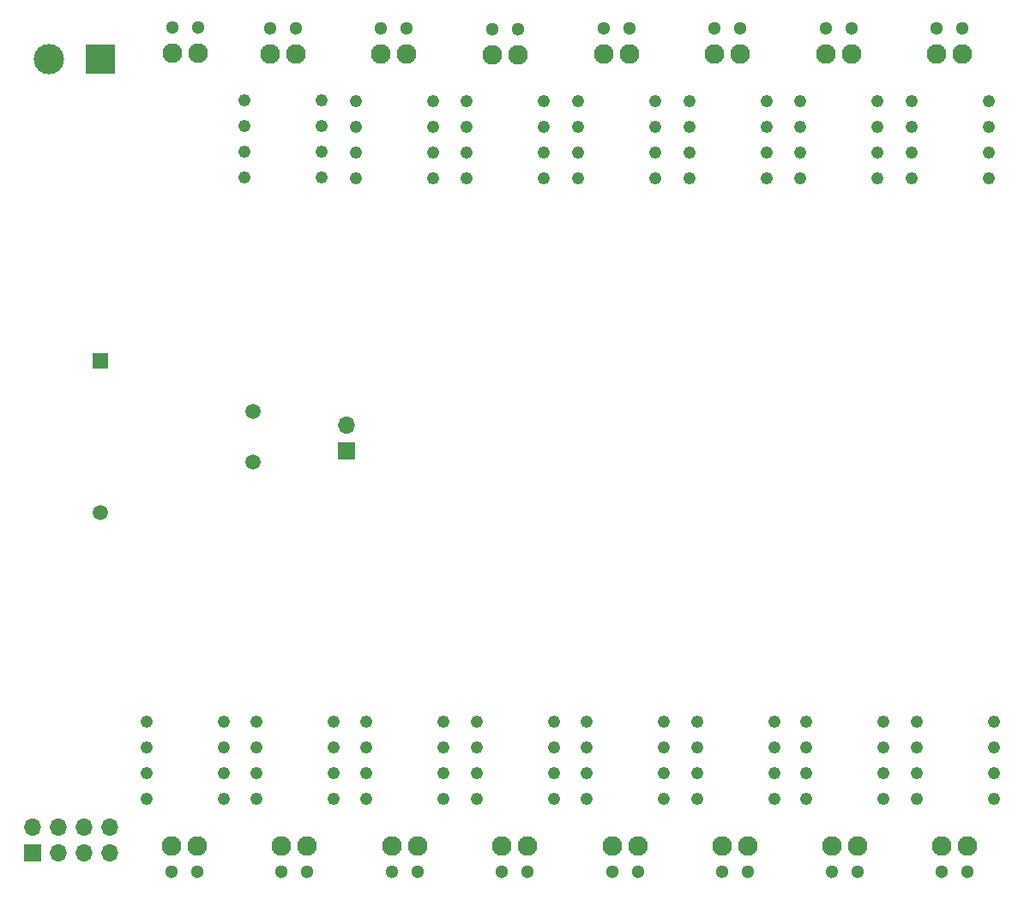
<source format=gbr>
%TF.GenerationSoftware,KiCad,Pcbnew,(7.0.0-0)*%
%TF.CreationDate,2023-02-21T10:25:41+01:00*%
%TF.ProjectId,epanel-energy-monitor,6570616e-656c-42d6-956e-657267792d6d,rev?*%
%TF.SameCoordinates,Original*%
%TF.FileFunction,Soldermask,Bot*%
%TF.FilePolarity,Negative*%
%FSLAX46Y46*%
G04 Gerber Fmt 4.6, Leading zero omitted, Abs format (unit mm)*
G04 Created by KiCad (PCBNEW (7.0.0-0)) date 2023-02-21 10:25:41*
%MOMM*%
%LPD*%
G01*
G04 APERTURE LIST*
%ADD10C,1.217000*%
%ADD11C,1.300000*%
%ADD12C,1.950000*%
%ADD13R,1.700000X1.700000*%
%ADD14O,1.700000X1.700000*%
%ADD15R,3.000000X3.000000*%
%ADD16C,3.000000*%
%ADD17R,1.500000X1.500000*%
%ADD18C,1.500000*%
G04 APERTURE END LIST*
D10*
%TO.C,S15*%
X192310189Y-103541900D03*
X192310189Y-106081900D03*
X192310189Y-108621900D03*
X192310189Y-111161900D03*
X199930189Y-103541900D03*
X199930189Y-106081900D03*
X199930189Y-108621900D03*
X199930189Y-111161900D03*
%TD*%
D11*
%TO.C,J15*%
X151374869Y-118413280D03*
X153914869Y-118413280D03*
D12*
X151374869Y-115873280D03*
X153914869Y-115873280D03*
%TD*%
D10*
%TO.C,S12*%
X159747389Y-103541900D03*
X159747389Y-106081900D03*
X159747389Y-108621900D03*
X159747389Y-111161900D03*
X167367389Y-103541900D03*
X167367389Y-106081900D03*
X167367389Y-108621900D03*
X167367389Y-111161900D03*
%TD*%
%TO.C,S11*%
X148876189Y-103541900D03*
X148876189Y-106081900D03*
X148876189Y-108621900D03*
X148876189Y-111161900D03*
X156496189Y-103541900D03*
X156496189Y-106081900D03*
X156496189Y-108621900D03*
X156496189Y-111161900D03*
%TD*%
D11*
%TO.C,J5*%
X128479600Y-35049600D03*
X131019600Y-35049600D03*
D12*
X131019600Y-37589600D03*
X128479600Y-37589600D03*
%TD*%
D11*
%TO.C,J6*%
X139440189Y-35081789D03*
X141980189Y-35081789D03*
D12*
X141980189Y-37621789D03*
X139440189Y-37621789D03*
%TD*%
D10*
%TO.C,S6*%
X180835789Y-42246989D03*
X180835789Y-44786989D03*
X180835789Y-47326989D03*
X180835789Y-49866989D03*
X188455789Y-42246989D03*
X188455789Y-44786989D03*
X188455789Y-47326989D03*
X188455789Y-49866989D03*
%TD*%
D11*
%TO.C,J2*%
X121412000Y-35001200D03*
X118872000Y-35001200D03*
D12*
X121412000Y-37541200D03*
X118872000Y-37541200D03*
%TD*%
D11*
%TO.C,J7*%
X150412989Y-35132589D03*
X152952989Y-35132589D03*
D12*
X152952989Y-37672589D03*
X150412989Y-37672589D03*
%TD*%
D10*
%TO.C,S8*%
X116271720Y-103545820D03*
X116271720Y-106085820D03*
X116271720Y-108625820D03*
X116271720Y-111165820D03*
X123891720Y-103545820D03*
X123891720Y-106085820D03*
X123891720Y-108625820D03*
X123891720Y-111165820D03*
%TD*%
D11*
%TO.C,J11*%
X196844189Y-35081789D03*
X194304189Y-35081789D03*
D12*
X196844189Y-37621789D03*
X194304189Y-37621789D03*
%TD*%
D10*
%TO.C,S1*%
X125984000Y-42214800D03*
X125984000Y-44754800D03*
X125984000Y-47294800D03*
X125984000Y-49834800D03*
X133604000Y-42214800D03*
X133604000Y-44754800D03*
X133604000Y-47294800D03*
X133604000Y-49834800D03*
%TD*%
%TO.C,S5*%
X169862989Y-42246989D03*
X169862989Y-44786989D03*
X169862989Y-47326989D03*
X169862989Y-49866989D03*
X177482989Y-42246989D03*
X177482989Y-44786989D03*
X177482989Y-47326989D03*
X177482989Y-49866989D03*
%TD*%
D13*
%TO.C,J1*%
X105079799Y-116535199D03*
D14*
X105079799Y-113995199D03*
X107619799Y-116535199D03*
X107619799Y-113995199D03*
X110159799Y-116535199D03*
X110159799Y-113995199D03*
X112699799Y-116535199D03*
X112699799Y-113995199D03*
%TD*%
D10*
%TO.C,S3*%
X147917389Y-42297789D03*
X147917389Y-44837789D03*
X147917389Y-47377789D03*
X147917389Y-49917789D03*
X155537389Y-42297789D03*
X155537389Y-44837789D03*
X155537389Y-47377789D03*
X155537389Y-49917789D03*
%TD*%
%TO.C,S4*%
X158890189Y-42246989D03*
X158890189Y-44786989D03*
X158890189Y-47326989D03*
X158890189Y-49866989D03*
X166510189Y-42246989D03*
X166510189Y-44786989D03*
X166510189Y-47326989D03*
X166510189Y-49866989D03*
%TD*%
D11*
%TO.C,J8*%
X161385789Y-35081789D03*
X163925789Y-35081789D03*
D12*
X163925789Y-37621789D03*
X161385789Y-37621789D03*
%TD*%
D11*
%TO.C,J9*%
X172358589Y-35081789D03*
X174898589Y-35081789D03*
D12*
X174898589Y-37621789D03*
X172358589Y-37621789D03*
%TD*%
D10*
%TO.C,S7*%
X191808589Y-42246989D03*
X191808589Y-44786989D03*
X191808589Y-47326989D03*
X191808589Y-49866989D03*
X199428589Y-42246989D03*
X199428589Y-44786989D03*
X199428589Y-47326989D03*
X199428589Y-49866989D03*
%TD*%
%TO.C,S2*%
X136944589Y-42246989D03*
X136944589Y-44786989D03*
X136944589Y-47326989D03*
X136944589Y-49866989D03*
X144564589Y-42246989D03*
X144564589Y-44786989D03*
X144564589Y-47326989D03*
X144564589Y-49866989D03*
%TD*%
D11*
%TO.C,J14*%
X140503669Y-118413280D03*
X143043669Y-118413280D03*
D12*
X140503669Y-115873280D03*
X143043669Y-115873280D03*
%TD*%
D11*
%TO.C,J16*%
X162246069Y-118413280D03*
X164786069Y-118413280D03*
D12*
X162246069Y-115873280D03*
X164786069Y-115873280D03*
%TD*%
D10*
%TO.C,S13*%
X170618589Y-103541900D03*
X170618589Y-106081900D03*
X170618589Y-108621900D03*
X170618589Y-111161900D03*
X178238589Y-103541900D03*
X178238589Y-106081900D03*
X178238589Y-108621900D03*
X178238589Y-111161900D03*
%TD*%
%TO.C,S9*%
X127133789Y-103541900D03*
X127133789Y-106081900D03*
X127133789Y-108621900D03*
X127133789Y-111161900D03*
X134753789Y-103541900D03*
X134753789Y-106081900D03*
X134753789Y-108621900D03*
X134753789Y-111161900D03*
%TD*%
D13*
%TO.C,J3*%
X135987499Y-76834999D03*
D14*
X135987499Y-74294999D03*
%TD*%
D15*
%TO.C,J4*%
X111759999Y-38099999D03*
D16*
X106680000Y-38100000D03*
%TD*%
D10*
%TO.C,S10*%
X138004989Y-103541900D03*
X138004989Y-106081900D03*
X138004989Y-108621900D03*
X138004989Y-111161900D03*
X145624989Y-103541900D03*
X145624989Y-106081900D03*
X145624989Y-108621900D03*
X145624989Y-111161900D03*
%TD*%
D11*
%TO.C,J10*%
X185871389Y-35081789D03*
X183331389Y-35081789D03*
D12*
X185871389Y-37621789D03*
X183331389Y-37621789D03*
%TD*%
D11*
%TO.C,J17*%
X175657269Y-118413280D03*
X173117269Y-118413280D03*
D12*
X173117269Y-115873280D03*
X175657269Y-115873280D03*
%TD*%
D11*
%TO.C,J19*%
X194808869Y-118413280D03*
X197348869Y-118413280D03*
D12*
X194808869Y-115873280D03*
X197348869Y-115873280D03*
%TD*%
D11*
%TO.C,J12*%
X118770400Y-118417200D03*
X121310400Y-118417200D03*
D12*
X118770400Y-115877200D03*
X121310400Y-115877200D03*
%TD*%
D11*
%TO.C,J18*%
X186477669Y-118413280D03*
X183937669Y-118413280D03*
D12*
X183937669Y-115873280D03*
X186477669Y-115873280D03*
%TD*%
D17*
%TO.C,T1*%
X111759999Y-67944999D03*
D18*
X111760000Y-82945000D03*
X126760000Y-72945000D03*
X126760000Y-77945000D03*
%TD*%
D11*
%TO.C,J13*%
X132172469Y-118413280D03*
X129632469Y-118413280D03*
D12*
X129632469Y-115873280D03*
X132172469Y-115873280D03*
%TD*%
D10*
%TO.C,S14*%
X181438989Y-103541900D03*
X181438989Y-106081900D03*
X181438989Y-108621900D03*
X181438989Y-111161900D03*
X189058989Y-103541900D03*
X189058989Y-106081900D03*
X189058989Y-108621900D03*
X189058989Y-111161900D03*
%TD*%
M02*

</source>
